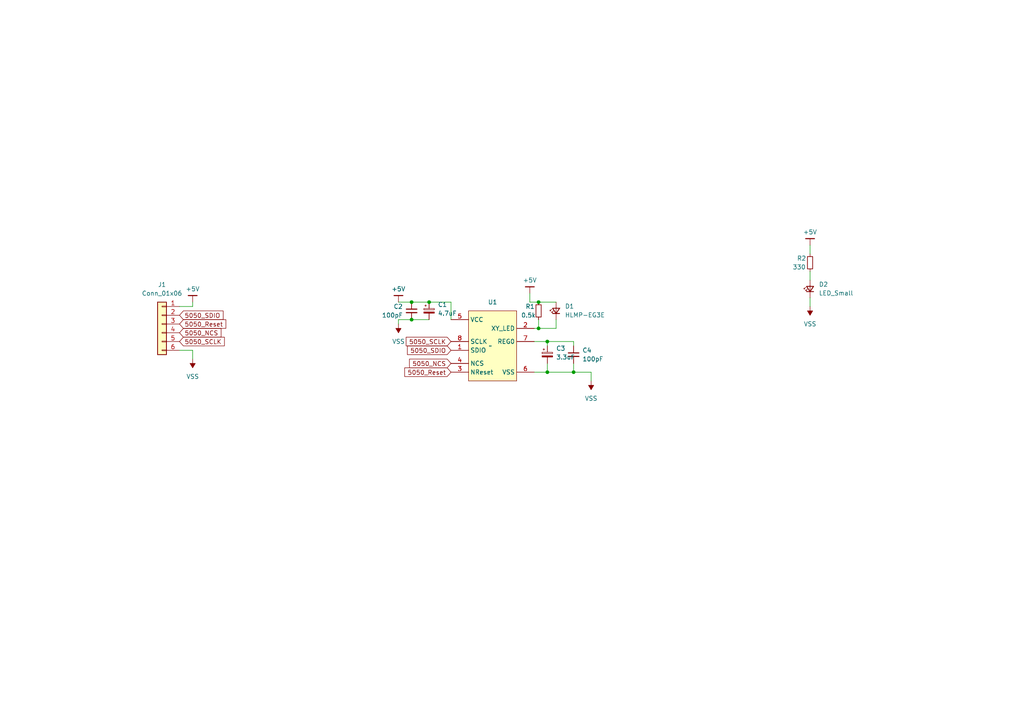
<source format=kicad_sch>
(kicad_sch (version 20230121) (generator eeschema)
  (paper "A4")
  (lib_symbols
    (symbol "Connector_Generic:Conn_01x06" (pin_names (offset 1.016) hide)
      (property "Reference" "J" (at 0 7.62 0))
      (property "Value" "Conn_01x06" (at 0 -10.16 0))
      (symbol "Conn_01x06_1_1"
        (rectangle (start -1.27 -7.493) (end 0 -7.747) (stroke (width 0.1524)))
        (rectangle (start -1.27 -4.953) (end 0 -5.207) (stroke (width 0.1524)))
        (rectangle (start -1.27 -2.413) (end 0 -2.667) (stroke (width 0.1524)))
        (rectangle (start -1.27 0.127) (end 0 -0.127) (stroke (width 0.1524)))
        (rectangle (start -1.27 2.667) (end 0 2.413) (stroke (width 0.1524)))
        (rectangle (start -1.27 5.207) (end 0 4.953) (stroke (width 0.1524)))
        (rectangle (start -1.27 6.35) (end 1.27 -8.89) (stroke (width 0.254)) (fill (type background)))
        (pin passive line (at -5.08 5.08 0) (length 3.81) (name "Pin_1") (number "1"))
        (pin passive line (at -5.08 2.54 0) (length 3.81) (name "Pin_2") (number "2"))
        (pin passive line (at -5.08 0 0) (length 3.81) (name "Pin_3") (number "3"))
        (pin passive line (at -5.08 -2.54 0) (length 3.81) (name "Pin_4") (number "4"))
        (pin passive line (at -5.08 -5.08 0) (length 3.81) (name "Pin_5") (number "5"))
        (pin passive line (at -5.08 -7.62 0) (length 3.81) (name "Pin_6") (number "6"))
      )
    )
    (symbol "Device:C_Polarized_Small" (pin_numbers hide) (pin_names (offset 0.254) hide)
      (property "Reference" "C" (at 0.254 1.778 0))
      (property "Value" "C_Polarized_Small" (at 0.254 -2.032 0))
      (symbol "C_Polarized_Small_0_1"
        (rectangle (start -1.524 -0.3048) (end 1.524 -0.6858) (fill (type outline)))
        (rectangle (start -1.524 0.6858) (end 1.524 0.3048))
        (polyline (pts (xy -1.27 1.524) (xy -0.762 1.524)))
        (polyline (pts (xy -1.016 1.27) (xy -1.016 1.778)))
      )
      (symbol "C_Polarized_Small_1_1"
        (pin passive line (at 0 2.54 270) (length 1.8542) (name "~") (number "1"))
        (pin passive line (at 0 -2.54 90) (length 1.8542) (name "~") (number "2"))
      )
    )
    (symbol "Device:C_Small" (pin_numbers hide) (pin_names (offset 0.254) hide)
      (property "Reference" "C" (at 0.254 1.778 0))
      (property "Value" "C_Small" (at 0.254 -2.032 0))
      (symbol "C_Small_0_1"
        (polyline (pts (xy -1.524 -0.508) (xy 1.524 -0.508)) (stroke (width 0.3302)))
        (polyline (pts (xy -1.524 0.508) (xy 1.524 0.508)) (stroke (width 0.3048)))
      )
      (symbol "C_Small_1_1"
        (pin passive line (at 0 2.54 270) (length 2.032) (name "~") (number "1"))
        (pin passive line (at 0 -2.54 90) (length 2.032) (name "~") (number "2"))
      )
    )
    (symbol "Device:LED_Small" (pin_numbers hide) (pin_names (offset 0.254) hide)
      (property "Reference" "D" (at -1.27 3.175 0))
      (property "Value" "LED_Small" (at -4.445 -2.54 0))
      (symbol "LED_Small_0_1"
        (polyline (pts (xy -0.762 -1.016) (xy -0.762 1.016)) (stroke (width 0.254)))
        (polyline (pts (xy 1.016 0) (xy -0.762 0)))
        (polyline (pts (xy 0.762 -1.016) (xy -0.762 0) (xy 0.762 1.016) (xy 0.762 -1.016)) (stroke (width 0.254)))
        (polyline (pts (xy 0 0.762) (xy -0.508 1.27) (xy -0.254 1.27) (xy -0.508 1.27) (xy -0.508 1.016)))
        (polyline (pts (xy 0.508 1.27) (xy 0 1.778) (xy 0.254 1.778) (xy 0 1.778) (xy 0 1.524)))
      )
      (symbol "LED_Small_1_1"
        (pin passive line (at -2.54 0 0) (length 1.778) (name "K") (number "1"))
        (pin passive line (at 2.54 0 180) (length 1.778) (name "A") (number "2"))
      )
    )
    (symbol "Device:R_Small" (pin_numbers hide) (pin_names (offset 0.254) hide)
      (property "Reference" "R" (at 0.762 0.508 0))
      (property "Value" "R_Small" (at 0.762 -1.016 0))
      (symbol "R_Small_0_1"
        (rectangle (start -0.762 1.778) (end 0.762 -1.778) (stroke (width 0.2032)))
      )
      (symbol "R_Small_1_1"
        (pin passive line (at 0 2.54 270) (length 0.762) (name "~") (number "1"))
        (pin passive line (at 0 -2.54 90) (length 0.762) (name "~") (number "2"))
      )
    )
    (symbol "MouseSensors:ADNS-5050"
      (property "Reference" "U" (at -5.08 -11.43 0))
      (symbol "ADNS-5050_1_1"
        (rectangle (start -6.35 10.16) (end 7.62 -10.16) (fill (type background)))
        (pin input line (at -11.43 -1.27 0) (length 5.08) (name "SDIO") (number "1"))
        (pin input line (at 12.7 5.08 180) (length 5.08) (name "XY_LED") (number "2"))
        (pin input line (at -11.43 -7.62 0) (length 5.08) (name "NReset") (number "3"))
        (pin input line (at -11.43 -5.08 0) (length 5.08) (name "NCS") (number "4"))
        (pin input line (at -11.43 7.62 0) (length 5.08) (name "VCC") (number "5"))
        (pin input line (at 12.7 -7.62 180) (length 5.08) (name "VSS") (number "6"))
        (pin input line (at 12.7 1.27 180) (length 5.08) (name "REG0") (number "7"))
        (pin input line (at -11.43 1.27 0) (length 5.08) (name "SCLK") (number "8"))
      )
    )
    (symbol "gkl_power:+5V" (power) (pin_names (offset 0))
      (property "Value" "+5V" (at 0 3.175 0))
      (symbol "+5V_0_1"
        (polyline (pts (xy -1.27 1.905) (xy 1.27 1.905)) (stroke (width 0.3048)))
        (polyline (pts (xy 0 0) (xy 0 1.905)))
      )
      (symbol "+5V_1_1"
        (pin power_in line (at 0 0 90) (length 0) hide (name "+5V") (number "1"))
      )
    )
    (symbol "power:VSS" (power) (pin_names (offset 0))
      (property "Value" "VSS" (at 0 3.81 0))
      (symbol "VSS_0_1"
        (polyline (pts (xy 0 0) (xy 0 2.54)))
        (polyline (pts (xy 0.762 1.27) (xy -0.762 1.27) (xy 0 2.54) (xy 0.762 1.27)) (fill (type outline)))
      )
      (symbol "VSS_1_1"
        (pin power_in line (at 0 0 90) (length 0) hide (name "VSS") (number "1"))
      )
    )
  )
  (junction (at 166.37 107.95))
  (junction (at 158.75 107.95))
  (junction (at 119.38 92.71))
  (junction (at 158.75 99.06))
  (junction (at 124.46 87.63))
  (junction (at 156.21 95.25))
  (junction (at 156.21 87.63))
  (junction (at 119.38 87.63))
  (wire (pts (xy 154.94 107.95) (xy 158.75 107.95)))
  (wire (pts (xy 153.67 85.09) (xy 153.67 87.63)))
  (wire (pts (xy 119.38 92.71) (xy 115.57 92.71)))
  (wire (pts (xy 234.95 86.36) (xy 234.95 88.9)))
  (wire (pts (xy 166.37 105.41) (xy 166.37 107.95)))
  (wire (pts (xy 158.75 107.95) (xy 166.37 107.95)))
  (wire (pts (xy 153.67 87.63) (xy 156.21 87.63)))
  (wire (pts (xy 158.75 99.06) (xy 158.75 100.33)))
  (wire (pts (xy 158.75 99.06) (xy 154.94 99.06)))
  (wire (pts (xy 166.37 100.33) (xy 166.37 99.06)))
  (wire (pts (xy 115.57 92.71) (xy 115.57 93.98)))
  (wire (pts (xy 166.37 107.95) (xy 171.45 107.95)))
  (wire (pts (xy 171.45 110.49) (xy 171.45 107.95)))
  (wire (pts (xy 55.88 87.63) (xy 55.88 88.9)))
  (wire (pts (xy 234.95 78.74) (xy 234.95 81.28)))
  (wire (pts (xy 156.21 95.25) (xy 161.29 95.25)))
  (wire (pts (xy 161.29 95.25) (xy 161.29 92.71)))
  (wire (pts (xy 55.88 101.6) (xy 52.07 101.6)))
  (wire (pts (xy 115.57 87.63) (xy 119.38 87.63)))
  (wire (pts (xy 124.46 92.71) (xy 119.38 92.71)))
  (wire (pts (xy 55.88 104.14) (xy 55.88 101.6)))
  (wire (pts (xy 234.95 71.12) (xy 234.95 73.66)))
  (wire (pts (xy 55.88 88.9) (xy 52.07 88.9)))
  (wire (pts (xy 124.46 87.63) (xy 130.81 87.63)))
  (wire (pts (xy 154.94 95.25) (xy 156.21 95.25)))
  (wire (pts (xy 158.75 105.41) (xy 158.75 107.95)))
  (wire (pts (xy 130.81 87.63) (xy 130.81 92.71)))
  (wire (pts (xy 119.38 87.63) (xy 124.46 87.63)))
  (wire (pts (xy 156.21 87.63) (xy 161.29 87.63)))
  (wire (pts (xy 166.37 99.06) (xy 158.75 99.06)))
  (wire (pts (xy 156.21 92.71) (xy 156.21 95.25)))
  (global_label "5050_Reset" (shape input) (at 130.81 107.95 180) (property "Intersheetrefs" "${INTERSHEET_REFS}" (effects hide)))
  (global_label "5050_SDIO" (shape input) (at 130.81 101.6 180) (property "Intersheetrefs" "${INTERSHEET_REFS}" (effects hide)))
  (global_label "5050_Reset" (shape input) (at 52.07 93.98 0) (property "Intersheetrefs" "${INTERSHEET_REFS}" (effects hide)))
  (global_label "5050_SDIO" (shape input) (at 52.07 91.44 0) (property "Intersheetrefs" "${INTERSHEET_REFS}" (effects hide)))
  (global_label "5050_SCLK" (shape input) (at 130.81 99.06 180) (property "Intersheetrefs" "${INTERSHEET_REFS}" (effects hide)))
  (global_label "5050_SCLK" (shape input) (at 52.07 99.06 0) (property "Intersheetrefs" "${INTERSHEET_REFS}" (effects hide)))
  (global_label "5050_NCS" (shape input) (at 130.81 105.41 180) (property "Intersheetrefs" "${INTERSHEET_REFS}" (effects hide)))
  (global_label "5050_NCS" (shape input) (at 52.07 96.52 0) (property "Intersheetrefs" "${INTERSHEET_REFS}" (effects hide)))
  (symbol (lib_id "Device:R_Small") (at 234.95 76.2 0) (unit 1)
    (property "Reference" "R2" (at 231.14 74.93 0) (effects (justify left)))
    (property "Value" "330" (at 229.87 77.47 0) (effects (justify left)))
    (property "Footprint" "Resistor_SMD:R_0805_2012Metric" (effects hide))
  )
  (symbol (lib_id "Device:C_Small") (at 119.38 90.17 0) (unit 1)
    (property "Reference" "C2" (at 116.84 88.9063 0) (effects (justify right)))
    (property "Value" "100pF" (at 116.84 91.4463 0) (effects (justify right)))
    (property "Footprint" "Capacitor_SMD:C_0805_2012Metric" (effects hide))
  )
  (symbol (lib_id "power:VSS") (at 234.95 88.9 180) (unit 1)
    (property "Reference" "#PWR08" (effects hide))
    (property "Value" "VSS" (at 234.95 93.98 0))
  )
  (symbol (lib_id "gkl_power:+5V") (at 55.88 87.63 0) (unit 1)
    (property "Reference" "#PWR05" (effects hide))
    (property "Value" "+5V" (at 55.88 83.82 0))
  )
  (symbol (lib_id "Device:LED_Small") (at 161.29 90.17 90) (unit 1)
    (property "Reference" "D1" (at 163.83 88.8365 90) (effects (justify right)))
    (property "Value" "HLMP-EG3E\n" (at 163.83 91.3765 90) (effects (justify right)))
    (property "Footprint" "LED_THT:LED_D3.0mm" (effects hide))
  )
  (symbol (lib_id "Connector_Generic:Conn_01x06") (at 46.99 93.98 0) (mirror y) (unit 1)
    (property "Reference" "J1" (at 46.99 82.55 0))
    (property "Value" "Conn_01x06" (at 46.99 85.09 0))
    (property "Footprint" "Connector_PinHeader_2.54mm:PinHeader_1x06_P2.54mm_Vertical" (effects hide))
  )
  (symbol (lib_id "power:VSS") (at 55.88 104.14 180) (unit 1)
    (property "Reference" "#PWR06" (effects hide))
    (property "Value" "VSS" (at 55.88 109.22 0))
  )
  (symbol (lib_id "Device:C_Small") (at 166.37 102.87 0) (unit 1)
    (property "Reference" "C4" (at 168.91 101.6063 0) (effects (justify left)))
    (property "Value" "100pF" (at 168.91 104.1463 0) (effects (justify left)))
    (property "Footprint" "Capacitor_SMD:C_0805_2012Metric" (effects hide))
  )
  (symbol (lib_id "Device:LED_Small") (at 234.95 83.82 90) (unit 1)
    (property "Reference" "D2" (at 237.49 82.4865 90) (effects (justify right)))
    (property "Value" "LED_Small" (at 237.49 85.0265 90) (effects (justify right)))
    (property "Footprint" "LED_SMD:LED_0805_2012Metric" (effects hide))
  )
  (symbol (lib_id "gkl_power:+5V") (at 234.95 71.12 0) (unit 1)
    (property "Reference" "#PWR07" (effects hide))
    (property "Value" "+5V" (at 234.95 67.31 0))
  )
  (symbol (lib_id "gkl_power:+5V") (at 153.67 85.09 0) (unit 1)
    (property "Reference" "#PWR04" (effects hide))
    (property "Value" "+5V" (at 153.67 81.28 0))
  )
  (symbol (lib_id "Device:C_Polarized_Small") (at 124.46 90.17 0) (unit 1)
    (property "Reference" "C1" (at 127 88.3539 0) (effects (justify left)))
    (property "Value" "4.7uF" (at 127 90.8939 0) (effects (justify left)))
    (property "Footprint" "Capacitor_SMD:C_0805_2012Metric" (effects hide))
  )
  (symbol (lib_id "power:VSS") (at 115.57 93.98 180) (unit 1)
    (property "Reference" "#PWR03" (effects hide))
    (property "Value" "VSS" (at 115.57 99.06 0))
  )
  (symbol (lib_id "MouseSensors:ADNS-5050") (at 142.24 100.33 0) (unit 1)
    (property "Reference" "U1" (at 142.875 87.63 0))
    (property "Value" "~" (at 142.24 100.33 0))
    (property "Footprint" "MouseSensor:ADNS-5050" (effects hide))
  )
  (symbol (lib_id "power:VSS") (at 171.45 110.49 180) (unit 1)
    (property "Reference" "#PWR02" (effects hide))
    (property "Value" "VSS" (at 171.45 115.57 0))
  )
  (symbol (lib_id "gkl_power:+5V") (at 115.57 87.63 0) (unit 1)
    (property "Reference" "#PWR01" (effects hide))
    (property "Value" "+5V" (at 115.57 83.82 0))
  )
  (symbol (lib_id "Device:R_Small") (at 156.21 90.17 0) (unit 1)
    (property "Reference" "R1" (at 152.4 88.9 0) (effects (justify left)))
    (property "Value" "0.5k" (at 151.13 91.44 0) (effects (justify left)))
    (property "Footprint" "Resistor_SMD:R_0805_2012Metric" (effects hide))
  )
  (symbol (lib_id "Device:C_Polarized_Small") (at 158.75 102.87 0) (unit 1)
    (property "Reference" "C3" (at 161.29 101.0539 0) (effects (justify left)))
    (property "Value" "3.3uF" (at 161.29 103.5939 0) (effects (justify left)))
    (property "Footprint" "Capacitor_SMD:C_0805_2012Metric" (effects hide))
  )
)
</source>
